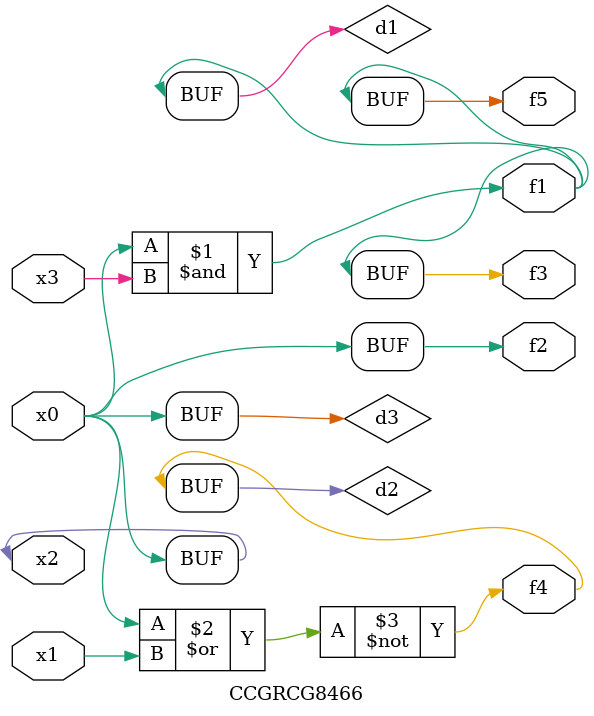
<source format=v>
module CCGRCG8466(
	input x0, x1, x2, x3,
	output f1, f2, f3, f4, f5
);

	wire d1, d2, d3;

	and (d1, x2, x3);
	nor (d2, x0, x1);
	buf (d3, x0, x2);
	assign f1 = d1;
	assign f2 = d3;
	assign f3 = d1;
	assign f4 = d2;
	assign f5 = d1;
endmodule

</source>
